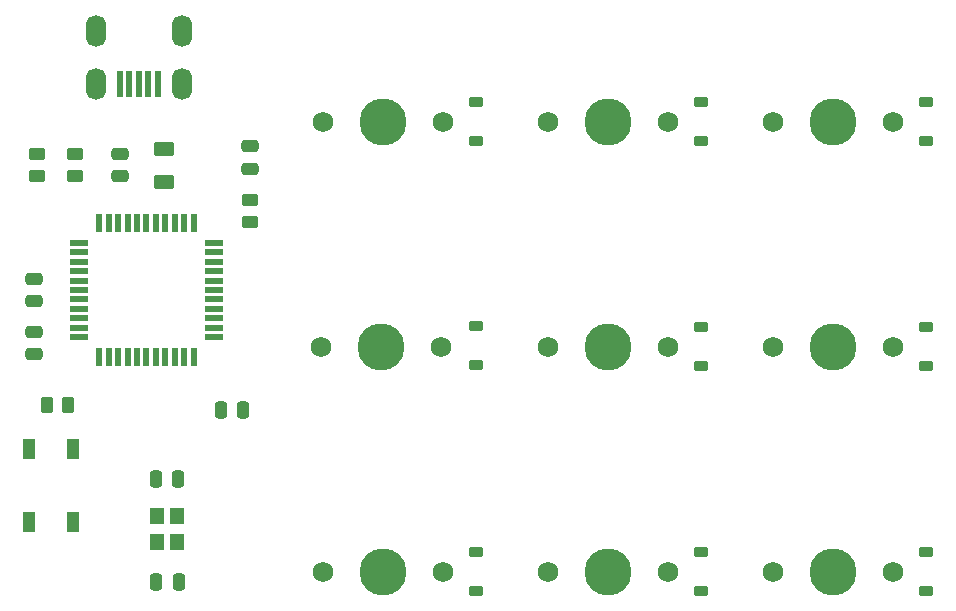
<source format=gbr>
%TF.GenerationSoftware,KiCad,Pcbnew,7.0.6*%
%TF.CreationDate,2023-07-30T22:10:22+02:00*%
%TF.ProjectId,Macropad,4d616372-6f70-4616-942e-6b696361645f,rev?*%
%TF.SameCoordinates,Original*%
%TF.FileFunction,Soldermask,Top*%
%TF.FilePolarity,Negative*%
%FSLAX46Y46*%
G04 Gerber Fmt 4.6, Leading zero omitted, Abs format (unit mm)*
G04 Created by KiCad (PCBNEW 7.0.6) date 2023-07-30 22:10:22*
%MOMM*%
%LPD*%
G01*
G04 APERTURE LIST*
G04 Aperture macros list*
%AMRoundRect*
0 Rectangle with rounded corners*
0 $1 Rounding radius*
0 $2 $3 $4 $5 $6 $7 $8 $9 X,Y pos of 4 corners*
0 Add a 4 corners polygon primitive as box body*
4,1,4,$2,$3,$4,$5,$6,$7,$8,$9,$2,$3,0*
0 Add four circle primitives for the rounded corners*
1,1,$1+$1,$2,$3*
1,1,$1+$1,$4,$5*
1,1,$1+$1,$6,$7*
1,1,$1+$1,$8,$9*
0 Add four rect primitives between the rounded corners*
20,1,$1+$1,$2,$3,$4,$5,0*
20,1,$1+$1,$4,$5,$6,$7,0*
20,1,$1+$1,$6,$7,$8,$9,0*
20,1,$1+$1,$8,$9,$2,$3,0*%
G04 Aperture macros list end*
%ADD10R,1.100000X1.800000*%
%ADD11RoundRect,0.250000X-0.450000X0.262500X-0.450000X-0.262500X0.450000X-0.262500X0.450000X0.262500X0*%
%ADD12C,3.987800*%
%ADD13C,1.750000*%
%ADD14R,1.200000X1.400000*%
%ADD15O,1.700000X2.700000*%
%ADD16R,0.500000X2.250000*%
%ADD17R,0.550000X1.500000*%
%ADD18R,1.500000X0.550000*%
%ADD19RoundRect,0.250000X0.262500X0.450000X-0.262500X0.450000X-0.262500X-0.450000X0.262500X-0.450000X0*%
%ADD20RoundRect,0.250000X0.450000X-0.262500X0.450000X0.262500X-0.450000X0.262500X-0.450000X-0.262500X0*%
%ADD21RoundRect,0.250000X-0.625000X0.375000X-0.625000X-0.375000X0.625000X-0.375000X0.625000X0.375000X0*%
%ADD22RoundRect,0.225000X0.375000X-0.225000X0.375000X0.225000X-0.375000X0.225000X-0.375000X-0.225000X0*%
%ADD23RoundRect,0.250000X0.250000X0.475000X-0.250000X0.475000X-0.250000X-0.475000X0.250000X-0.475000X0*%
%ADD24RoundRect,0.250000X-0.475000X0.250000X-0.475000X-0.250000X0.475000X-0.250000X0.475000X0.250000X0*%
%ADD25RoundRect,0.250000X0.475000X-0.250000X0.475000X0.250000X-0.475000X0.250000X-0.475000X-0.250000X0*%
G04 APERTURE END LIST*
D10*
%TO.C,SW1*%
X58987200Y-83111200D03*
X62687200Y-76911200D03*
X62687200Y-83111200D03*
X58987200Y-76911200D03*
%TD*%
D11*
%TO.C,R3*%
X62890400Y-53795300D03*
X62890400Y-51970300D03*
%TD*%
D12*
%TO.C,MX1*%
X88900000Y-49212500D03*
D13*
X83820000Y-49212500D03*
X93980000Y-49212500D03*
%TD*%
%TO.C,MX4*%
X93861250Y-68293750D03*
X83701250Y-68293750D03*
D12*
X88781250Y-68293750D03*
%TD*%
D14*
%TO.C,Y1*%
X69775600Y-84807150D03*
X69775600Y-82607150D03*
X71475600Y-82607150D03*
X71475600Y-84807150D03*
%TD*%
D15*
%TO.C,USB1*%
X71912500Y-41512500D03*
X64612500Y-41512500D03*
X64612500Y-46012500D03*
X71912500Y-46012500D03*
D16*
X69862500Y-46012500D03*
X69062500Y-46012500D03*
X68262500Y-46012500D03*
X67462500Y-46012500D03*
X66662500Y-46012500D03*
%TD*%
D17*
%TO.C,U1*%
X64912500Y-57768750D03*
X65712500Y-57768750D03*
X66512500Y-57768750D03*
X67312500Y-57768750D03*
X68112500Y-57768750D03*
X68912500Y-57768750D03*
X69712500Y-57768750D03*
X70512500Y-57768750D03*
X71312500Y-57768750D03*
X72112500Y-57768750D03*
X72912500Y-57768750D03*
D18*
X74612500Y-59468750D03*
X74612500Y-60268750D03*
X74612500Y-61068750D03*
X74612500Y-61868750D03*
X74612500Y-62668750D03*
X74612500Y-63468750D03*
X74612500Y-64268750D03*
X74612500Y-65068750D03*
X74612500Y-65868750D03*
X74612500Y-66668750D03*
X74612500Y-67468750D03*
D17*
X72912500Y-69168750D03*
X72112500Y-69168750D03*
X71312500Y-69168750D03*
X70512500Y-69168750D03*
X69712500Y-69168750D03*
X68912500Y-69168750D03*
X68112500Y-69168750D03*
X67312500Y-69168750D03*
X66512500Y-69168750D03*
X65712500Y-69168750D03*
X64912500Y-69168750D03*
D18*
X63212500Y-67468750D03*
X63212500Y-66668750D03*
X63212500Y-65868750D03*
X63212500Y-65068750D03*
X63212500Y-64268750D03*
X63212500Y-63468750D03*
X63212500Y-62668750D03*
X63212500Y-61868750D03*
X63212500Y-61068750D03*
X63212500Y-60268750D03*
X63212500Y-59468750D03*
%TD*%
D19*
%TO.C,R4*%
X62280800Y-73202800D03*
X60455800Y-73202800D03*
%TD*%
D11*
%TO.C,R2*%
X59639200Y-51968400D03*
X59639200Y-53793400D03*
%TD*%
D20*
%TO.C,R1*%
X77643750Y-55880000D03*
X77643750Y-57705000D03*
%TD*%
D12*
%TO.C,MX9*%
X127000000Y-87312500D03*
D13*
X121920000Y-87312500D03*
X132080000Y-87312500D03*
%TD*%
D12*
%TO.C,MX8*%
X107950000Y-87312500D03*
D13*
X102870000Y-87312500D03*
X113030000Y-87312500D03*
%TD*%
D12*
%TO.C,MX7*%
X88900000Y-87312500D03*
D13*
X83820000Y-87312500D03*
X93980000Y-87312500D03*
%TD*%
D12*
%TO.C,MX6*%
X127000000Y-68262500D03*
D13*
X121920000Y-68262500D03*
X132080000Y-68262500D03*
%TD*%
D12*
%TO.C,MX5*%
X107950000Y-68262500D03*
D13*
X102870000Y-68262500D03*
X113030000Y-68262500D03*
%TD*%
D12*
%TO.C,MX3*%
X127000000Y-49212500D03*
D13*
X121920000Y-49212500D03*
X132080000Y-49212500D03*
%TD*%
D12*
%TO.C,MX2*%
X107950000Y-49212500D03*
D13*
X102870000Y-49212500D03*
X113030000Y-49212500D03*
%TD*%
D21*
%TO.C,F1*%
X70358000Y-51511200D03*
X70358000Y-54311200D03*
%TD*%
D22*
%TO.C,D9*%
X134937500Y-88962500D03*
X134937500Y-85662500D03*
%TD*%
%TO.C,D8*%
X115887500Y-88962500D03*
X115887500Y-85662500D03*
%TD*%
%TO.C,D7*%
X96837500Y-88962500D03*
X96837500Y-85662500D03*
%TD*%
%TO.C,D6*%
X134937500Y-69912500D03*
X134937500Y-66612500D03*
%TD*%
%TO.C,D5*%
X115887500Y-69912500D03*
X115887500Y-66612500D03*
%TD*%
%TO.C,D4*%
X96837500Y-69850000D03*
X96837500Y-66550000D03*
%TD*%
%TO.C,D3*%
X134937500Y-50862500D03*
X134937500Y-47562500D03*
%TD*%
%TO.C,D2*%
X115887500Y-50862500D03*
X115887500Y-47562500D03*
%TD*%
%TO.C,D1*%
X96837500Y-50862500D03*
X96837500Y-47562500D03*
%TD*%
D23*
%TO.C,C7*%
X69677200Y-79432150D03*
X71577200Y-79432150D03*
%TD*%
%TO.C,C6*%
X71628000Y-88163400D03*
X69728000Y-88163400D03*
%TD*%
D24*
%TO.C,C5*%
X77673200Y-53187600D03*
X77673200Y-51287600D03*
%TD*%
D23*
%TO.C,C4*%
X77114400Y-73609200D03*
X75214400Y-73609200D03*
%TD*%
D25*
%TO.C,C3*%
X59385200Y-68905200D03*
X59385200Y-67005200D03*
%TD*%
D24*
%TO.C,C2*%
X66700400Y-53817600D03*
X66700400Y-51917600D03*
%TD*%
D25*
%TO.C,C1*%
X59387500Y-62518750D03*
X59387500Y-64418750D03*
%TD*%
M02*

</source>
